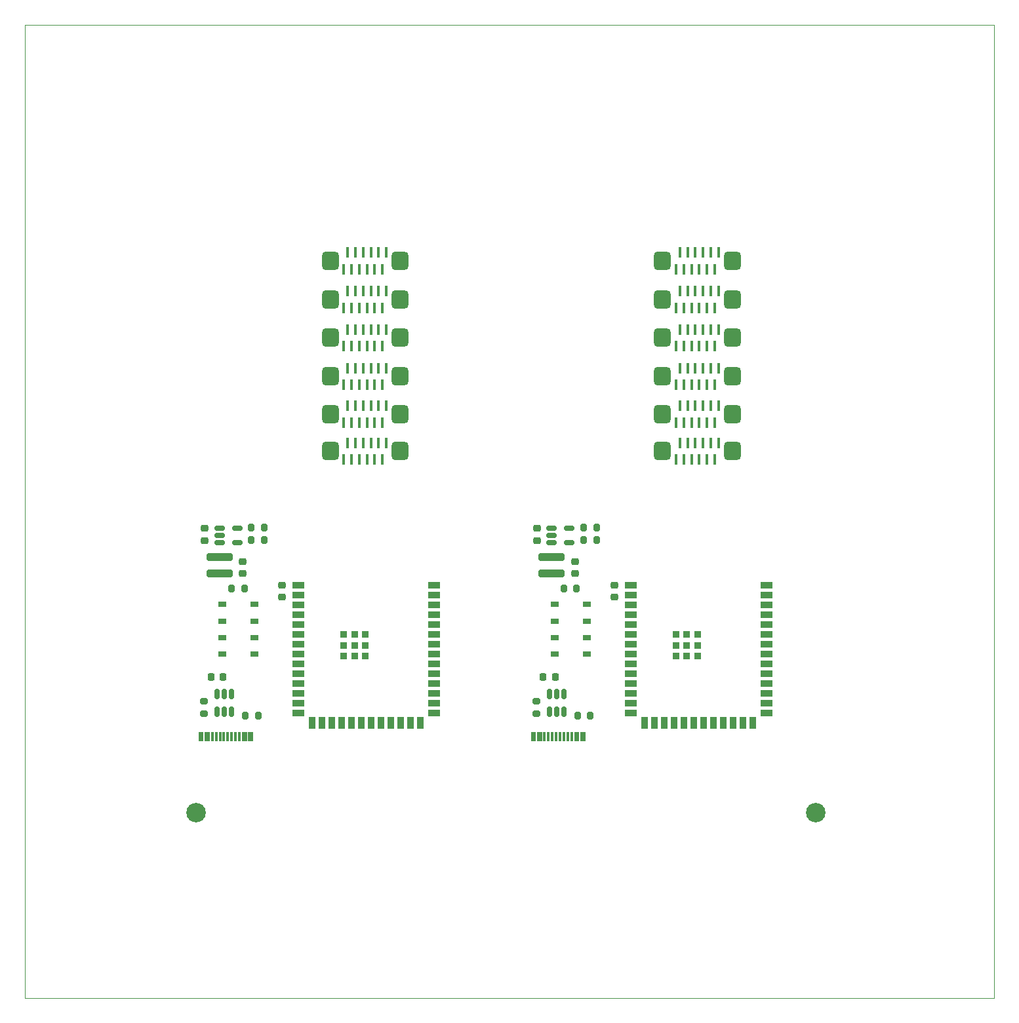
<source format=gbr>
%TF.GenerationSoftware,KiCad,Pcbnew,7.0.5*%
%TF.CreationDate,2023-07-03T17:58:56+02:00*%
%TF.ProjectId,stencil,7374656e-6369-46c2-9e6b-696361645f70,rev?*%
%TF.SameCoordinates,Original*%
%TF.FileFunction,Paste,Top*%
%TF.FilePolarity,Positive*%
%FSLAX46Y46*%
G04 Gerber Fmt 4.6, Leading zero omitted, Abs format (unit mm)*
G04 Created by KiCad (PCBNEW 7.0.5) date 2023-07-03 17:58:56*
%MOMM*%
%LPD*%
G01*
G04 APERTURE LIST*
G04 Aperture macros list*
%AMRoundRect*
0 Rectangle with rounded corners*
0 $1 Rounding radius*
0 $2 $3 $4 $5 $6 $7 $8 $9 X,Y pos of 4 corners*
0 Add a 4 corners polygon primitive as box body*
4,1,4,$2,$3,$4,$5,$6,$7,$8,$9,$2,$3,0*
0 Add four circle primitives for the rounded corners*
1,1,$1+$1,$2,$3*
1,1,$1+$1,$4,$5*
1,1,$1+$1,$6,$7*
1,1,$1+$1,$8,$9*
0 Add four rect primitives between the rounded corners*
20,1,$1+$1,$2,$3,$4,$5,0*
20,1,$1+$1,$4,$5,$6,$7,0*
20,1,$1+$1,$6,$7,$8,$9,0*
20,1,$1+$1,$8,$9,$2,$3,0*%
G04 Aperture macros list end*
%ADD10C,0.100000*%
%ADD11R,1.050000X0.650000*%
%ADD12RoundRect,0.200000X-0.200000X-0.275000X0.200000X-0.275000X0.200000X0.275000X-0.200000X0.275000X0*%
%ADD13RoundRect,0.225000X0.250000X-0.225000X0.250000X0.225000X-0.250000X0.225000X-0.250000X-0.225000X0*%
%ADD14RoundRect,0.200000X0.200000X0.275000X-0.200000X0.275000X-0.200000X-0.275000X0.200000X-0.275000X0*%
%ADD15RoundRect,0.100000X-0.100000X-0.575000X0.100000X-0.575000X0.100000X0.575000X-0.100000X0.575000X0*%
%ADD16RoundRect,0.562500X-0.562500X-0.637500X0.562500X-0.637500X0.562500X0.637500X-0.562500X0.637500X0*%
%ADD17RoundRect,0.150000X-0.512500X-0.150000X0.512500X-0.150000X0.512500X0.150000X-0.512500X0.150000X0*%
%ADD18RoundRect,0.225000X-0.225000X-0.250000X0.225000X-0.250000X0.225000X0.250000X-0.225000X0.250000X0*%
%ADD19C,2.510000*%
%ADD20R,0.300000X1.150000*%
%ADD21RoundRect,0.225000X-0.250000X0.225000X-0.250000X-0.225000X0.250000X-0.225000X0.250000X0.225000X0*%
%ADD22RoundRect,0.150000X0.150000X-0.512500X0.150000X0.512500X-0.150000X0.512500X-0.150000X-0.512500X0*%
%ADD23RoundRect,0.250000X-1.450000X0.250000X-1.450000X-0.250000X1.450000X-0.250000X1.450000X0.250000X0*%
%ADD24R,1.500000X0.900000*%
%ADD25R,0.900000X1.500000*%
%ADD26R,0.900000X0.900000*%
%ADD27RoundRect,0.200000X0.275000X-0.200000X0.275000X0.200000X-0.275000X0.200000X-0.275000X-0.200000X0*%
G04 APERTURE END LIST*
D10*
X86000000Y-750000D02*
X211200000Y-750000D01*
X211200000Y-126500000D01*
X86000000Y-126500000D01*
X86000000Y-750000D01*
D11*
%TO.C,SW1*%
X115675000Y-77775000D03*
X111525000Y-77775000D03*
X115675000Y-75625000D03*
X111525000Y-75625000D03*
%TD*%
D12*
%TO.C,R2*%
X114505000Y-90025000D03*
X116155000Y-90025000D03*
%TD*%
D11*
%TO.C,SW2*%
X111525000Y-79875000D03*
X115675000Y-79875000D03*
X111525000Y-82025000D03*
X115675000Y-82025000D03*
%TD*%
D13*
%TO.C,C4*%
X119250000Y-74650000D03*
X119250000Y-73100000D03*
%TD*%
D14*
%TO.C,R5*%
X157275000Y-73600000D03*
X155625000Y-73600000D03*
%TD*%
D12*
%TO.C,R3*%
X115275000Y-65725000D03*
X116925000Y-65725000D03*
%TD*%
D15*
%TO.C,J3*%
X127200000Y-47250000D03*
X127700000Y-45100000D03*
X128200000Y-47250000D03*
X128700000Y-45100000D03*
X129200000Y-47250000D03*
X129700000Y-45100000D03*
X130200000Y-47250000D03*
X130700000Y-45100000D03*
X131200000Y-47250000D03*
X131700000Y-45100000D03*
X132200000Y-47250000D03*
X132700000Y-45100000D03*
D16*
X125450000Y-46150000D03*
X134450000Y-46150000D03*
%TD*%
D17*
%TO.C,U2*%
X154062500Y-65775000D03*
X154062500Y-66725000D03*
X154062500Y-67675000D03*
X156337500Y-67675000D03*
X156337500Y-65775000D03*
%TD*%
D18*
%TO.C,C1*%
X110055000Y-85025000D03*
X111605000Y-85025000D03*
%TD*%
D12*
%TO.C,R3*%
X158175000Y-65725000D03*
X159825000Y-65725000D03*
%TD*%
D19*
%TO.C,REF\u002A\u002A*%
X108100000Y-102500000D03*
%TD*%
D15*
%TO.C,J5*%
X127200000Y-37300000D03*
X127700000Y-35150000D03*
X128200000Y-37300000D03*
X128700000Y-35150000D03*
X129200000Y-37300000D03*
X129700000Y-35150000D03*
X130200000Y-37300000D03*
X130700000Y-35150000D03*
X131200000Y-37300000D03*
X131700000Y-35150000D03*
X132200000Y-37300000D03*
X132700000Y-35150000D03*
D16*
X125450000Y-36200000D03*
X134450000Y-36200000D03*
%TD*%
D15*
%TO.C,J2*%
X127200000Y-52100000D03*
X127700000Y-49950000D03*
X128200000Y-52100000D03*
X128700000Y-49950000D03*
X129200000Y-52100000D03*
X129700000Y-49950000D03*
X130200000Y-52100000D03*
X130700000Y-49950000D03*
X131200000Y-52100000D03*
X131700000Y-49950000D03*
X132200000Y-52100000D03*
X132700000Y-49950000D03*
D16*
X125450000Y-51000000D03*
X134450000Y-51000000D03*
%TD*%
D15*
%TO.C,J1*%
X127200000Y-56900000D03*
X127700000Y-54750000D03*
X128200000Y-56900000D03*
X128700000Y-54750000D03*
X129200000Y-56900000D03*
X129700000Y-54750000D03*
X130200000Y-56900000D03*
X130700000Y-54750000D03*
X131200000Y-56900000D03*
X131700000Y-54750000D03*
X132200000Y-56900000D03*
X132700000Y-54750000D03*
D16*
X125450000Y-55800000D03*
X134450000Y-55800000D03*
%TD*%
D13*
%TO.C,C4*%
X162150000Y-74650000D03*
X162150000Y-73100000D03*
%TD*%
D20*
%TO.C,J7*%
X108630000Y-92705000D03*
X109430000Y-92705000D03*
X110730000Y-92705000D03*
X111730000Y-92705000D03*
X112230000Y-92705000D03*
X113230000Y-92705000D03*
X114530000Y-92705000D03*
X115330000Y-92705000D03*
X115030000Y-92705000D03*
X114230000Y-92705000D03*
X113730000Y-92705000D03*
X112730000Y-92705000D03*
X111230000Y-92705000D03*
X110230000Y-92705000D03*
X109730000Y-92705000D03*
X108930000Y-92705000D03*
%TD*%
D21*
%TO.C,C2*%
X109250000Y-65800000D03*
X109250000Y-67350000D03*
%TD*%
D18*
%TO.C,C1*%
X152955000Y-85025000D03*
X154505000Y-85025000D03*
%TD*%
D22*
%TO.C,U1*%
X110830000Y-89450000D03*
X111780000Y-89450000D03*
X112730000Y-89450000D03*
X112730000Y-87175000D03*
X111780000Y-87175000D03*
X110830000Y-87175000D03*
%TD*%
D17*
%TO.C,U2*%
X111162500Y-65775000D03*
X111162500Y-66725000D03*
X111162500Y-67675000D03*
X113437500Y-67675000D03*
X113437500Y-65775000D03*
%TD*%
D23*
%TO.C,L1*%
X154050000Y-69475000D03*
X154050000Y-71575000D03*
%TD*%
D20*
%TO.C,J7*%
X151530000Y-92705000D03*
X152330000Y-92705000D03*
X153630000Y-92705000D03*
X154630000Y-92705000D03*
X155130000Y-92705000D03*
X156130000Y-92705000D03*
X157430000Y-92705000D03*
X158230000Y-92705000D03*
X157930000Y-92705000D03*
X157130000Y-92705000D03*
X156630000Y-92705000D03*
X155630000Y-92705000D03*
X154130000Y-92705000D03*
X153130000Y-92705000D03*
X152630000Y-92705000D03*
X151830000Y-92705000D03*
%TD*%
D14*
%TO.C,R4*%
X159825000Y-67325000D03*
X158175000Y-67325000D03*
%TD*%
D19*
%TO.C,REF\u002A\u002A*%
X188100000Y-102500000D03*
%TD*%
D14*
%TO.C,R4*%
X116925000Y-67325000D03*
X115275000Y-67325000D03*
%TD*%
D15*
%TO.C,J2*%
X170100000Y-52100000D03*
X170600000Y-49950000D03*
X171100000Y-52100000D03*
X171600000Y-49950000D03*
X172100000Y-52100000D03*
X172600000Y-49950000D03*
X173100000Y-52100000D03*
X173600000Y-49950000D03*
X174100000Y-52100000D03*
X174600000Y-49950000D03*
X175100000Y-52100000D03*
X175600000Y-49950000D03*
D16*
X168350000Y-51000000D03*
X177350000Y-51000000D03*
%TD*%
D12*
%TO.C,R2*%
X157405000Y-90025000D03*
X159055000Y-90025000D03*
%TD*%
D21*
%TO.C,C2*%
X152150000Y-65800000D03*
X152150000Y-67350000D03*
%TD*%
D11*
%TO.C,SW1*%
X158575000Y-77775000D03*
X154425000Y-77775000D03*
X158575000Y-75625000D03*
X154425000Y-75625000D03*
%TD*%
D23*
%TO.C,L1*%
X111150000Y-69475000D03*
X111150000Y-71575000D03*
%TD*%
D22*
%TO.C,U1*%
X153730000Y-89450000D03*
X154680000Y-89450000D03*
X155630000Y-89450000D03*
X155630000Y-87175000D03*
X154680000Y-87175000D03*
X153730000Y-87175000D03*
%TD*%
D15*
%TO.C,J4*%
X170100000Y-42250000D03*
X170600000Y-40100000D03*
X171100000Y-42250000D03*
X171600000Y-40100000D03*
X172100000Y-42250000D03*
X172600000Y-40100000D03*
X173100000Y-42250000D03*
X173600000Y-40100000D03*
X174100000Y-42250000D03*
X174600000Y-40100000D03*
X175100000Y-42250000D03*
X175600000Y-40100000D03*
D16*
X168350000Y-41150000D03*
X177350000Y-41150000D03*
%TD*%
D15*
%TO.C,J1*%
X170100000Y-56900000D03*
X170600000Y-54750000D03*
X171100000Y-56900000D03*
X171600000Y-54750000D03*
X172100000Y-56900000D03*
X172600000Y-54750000D03*
X173100000Y-56900000D03*
X173600000Y-54750000D03*
X174100000Y-56900000D03*
X174600000Y-54750000D03*
X175100000Y-56900000D03*
X175600000Y-54750000D03*
D16*
X168350000Y-55800000D03*
X177350000Y-55800000D03*
%TD*%
D15*
%TO.C,J4*%
X127200000Y-42250000D03*
X127700000Y-40100000D03*
X128200000Y-42250000D03*
X128700000Y-40100000D03*
X129200000Y-42250000D03*
X129700000Y-40100000D03*
X130200000Y-42250000D03*
X130700000Y-40100000D03*
X131200000Y-42250000D03*
X131700000Y-40100000D03*
X132200000Y-42250000D03*
X132700000Y-40100000D03*
D16*
X125450000Y-41150000D03*
X134450000Y-41150000D03*
%TD*%
D15*
%TO.C,J6*%
X170100000Y-32300000D03*
X170600000Y-30150000D03*
X171100000Y-32300000D03*
X171600000Y-30150000D03*
X172100000Y-32300000D03*
X172600000Y-30150000D03*
X173100000Y-32300000D03*
X173600000Y-30150000D03*
X174100000Y-32300000D03*
X174600000Y-30150000D03*
X175100000Y-32300000D03*
X175600000Y-30150000D03*
D16*
X168350000Y-31200000D03*
X177350000Y-31200000D03*
%TD*%
D14*
%TO.C,R5*%
X114375000Y-73600000D03*
X112725000Y-73600000D03*
%TD*%
D24*
%TO.C,U3*%
X121350000Y-73180000D03*
X121350000Y-74450000D03*
X121350000Y-75720000D03*
X121350000Y-76990000D03*
X121350000Y-78260000D03*
X121350000Y-79530000D03*
X121350000Y-80800000D03*
X121350000Y-82070000D03*
X121350000Y-83340000D03*
X121350000Y-84610000D03*
X121350000Y-85880000D03*
X121350000Y-87150000D03*
X121350000Y-88420000D03*
X121350000Y-89690000D03*
D25*
X123115000Y-90940000D03*
X124385000Y-90940000D03*
X125655000Y-90940000D03*
X126925000Y-90940000D03*
X128195000Y-90940000D03*
X129465000Y-90940000D03*
X130735000Y-90940000D03*
X132005000Y-90940000D03*
X133275000Y-90940000D03*
X134545000Y-90940000D03*
X135815000Y-90940000D03*
X137085000Y-90940000D03*
D24*
X138850000Y-89690000D03*
X138850000Y-88420000D03*
X138850000Y-87150000D03*
X138850000Y-85880000D03*
X138850000Y-84610000D03*
X138850000Y-83340000D03*
X138850000Y-82070000D03*
X138850000Y-80800000D03*
X138850000Y-79530000D03*
X138850000Y-78260000D03*
X138850000Y-76990000D03*
X138850000Y-75720000D03*
X138850000Y-74450000D03*
X138850000Y-73180000D03*
D26*
X127200000Y-79500000D03*
X127200000Y-80900000D03*
X127200000Y-82300000D03*
X127200000Y-82300000D03*
X128600000Y-79500000D03*
X128600000Y-79500000D03*
X128600000Y-80900000D03*
X128600000Y-82300000D03*
X130000000Y-79500000D03*
X130000000Y-80900000D03*
X130000000Y-82300000D03*
%TD*%
D13*
%TO.C,C3*%
X157050000Y-71650000D03*
X157050000Y-70100000D03*
%TD*%
D27*
%TO.C,R1*%
X109180000Y-89750000D03*
X109180000Y-88100000D03*
%TD*%
D24*
%TO.C,U3*%
X164250000Y-73180000D03*
X164250000Y-74450000D03*
X164250000Y-75720000D03*
X164250000Y-76990000D03*
X164250000Y-78260000D03*
X164250000Y-79530000D03*
X164250000Y-80800000D03*
X164250000Y-82070000D03*
X164250000Y-83340000D03*
X164250000Y-84610000D03*
X164250000Y-85880000D03*
X164250000Y-87150000D03*
X164250000Y-88420000D03*
X164250000Y-89690000D03*
D25*
X166015000Y-90940000D03*
X167285000Y-90940000D03*
X168555000Y-90940000D03*
X169825000Y-90940000D03*
X171095000Y-90940000D03*
X172365000Y-90940000D03*
X173635000Y-90940000D03*
X174905000Y-90940000D03*
X176175000Y-90940000D03*
X177445000Y-90940000D03*
X178715000Y-90940000D03*
X179985000Y-90940000D03*
D24*
X181750000Y-89690000D03*
X181750000Y-88420000D03*
X181750000Y-87150000D03*
X181750000Y-85880000D03*
X181750000Y-84610000D03*
X181750000Y-83340000D03*
X181750000Y-82070000D03*
X181750000Y-80800000D03*
X181750000Y-79530000D03*
X181750000Y-78260000D03*
X181750000Y-76990000D03*
X181750000Y-75720000D03*
X181750000Y-74450000D03*
X181750000Y-73180000D03*
D26*
X170100000Y-79500000D03*
X170100000Y-80900000D03*
X170100000Y-82300000D03*
X170100000Y-82300000D03*
X171500000Y-79500000D03*
X171500000Y-79500000D03*
X171500000Y-80900000D03*
X171500000Y-82300000D03*
X172900000Y-79500000D03*
X172900000Y-80900000D03*
X172900000Y-82300000D03*
%TD*%
D13*
%TO.C,C3*%
X114150000Y-71650000D03*
X114150000Y-70100000D03*
%TD*%
D27*
%TO.C,R1*%
X152080000Y-89750000D03*
X152080000Y-88100000D03*
%TD*%
D15*
%TO.C,J3*%
X170100000Y-47250000D03*
X170600000Y-45100000D03*
X171100000Y-47250000D03*
X171600000Y-45100000D03*
X172100000Y-47250000D03*
X172600000Y-45100000D03*
X173100000Y-47250000D03*
X173600000Y-45100000D03*
X174100000Y-47250000D03*
X174600000Y-45100000D03*
X175100000Y-47250000D03*
X175600000Y-45100000D03*
D16*
X168350000Y-46150000D03*
X177350000Y-46150000D03*
%TD*%
D11*
%TO.C,SW2*%
X154425000Y-79875000D03*
X158575000Y-79875000D03*
X154425000Y-82025000D03*
X158575000Y-82025000D03*
%TD*%
D15*
%TO.C,J5*%
X170100000Y-37300000D03*
X170600000Y-35150000D03*
X171100000Y-37300000D03*
X171600000Y-35150000D03*
X172100000Y-37300000D03*
X172600000Y-35150000D03*
X173100000Y-37300000D03*
X173600000Y-35150000D03*
X174100000Y-37300000D03*
X174600000Y-35150000D03*
X175100000Y-37300000D03*
X175600000Y-35150000D03*
D16*
X168350000Y-36200000D03*
X177350000Y-36200000D03*
%TD*%
D15*
%TO.C,J6*%
X127200000Y-32300000D03*
X127700000Y-30150000D03*
X128200000Y-32300000D03*
X128700000Y-30150000D03*
X129200000Y-32300000D03*
X129700000Y-30150000D03*
X130200000Y-32300000D03*
X130700000Y-30150000D03*
X131200000Y-32300000D03*
X131700000Y-30150000D03*
X132200000Y-32300000D03*
X132700000Y-30150000D03*
D16*
X125450000Y-31200000D03*
X134450000Y-31200000D03*
%TD*%
M02*

</source>
